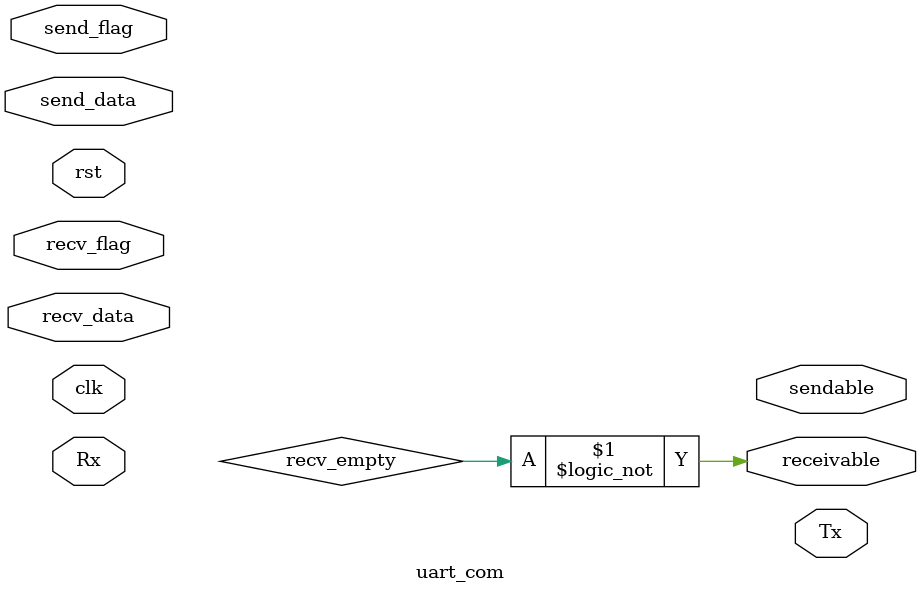
<source format=v>
`ifdef uart_com.v
`else
 `define uart_com.v
 `include "buf_que.v"
 `include "defines.v"

module uart_com
  #(
    parameter BAUDRATE = 9600,
    parameter CLOCKRATE = 100000000
    )
  (
   input       clk,
   input       rst,
   
   input       send_flag,
   input [7:0] send_data,
   input       recv_flag, 
   input [7:0] recv_data,

   output      sendable,
   output      receivable,

   input       Rx,
   output      Tx
   );

   localparam SAMPLE_INTERVAL = CLOCKRATE / BAUDRATE;
   
   localparam STATUS_IDLE = 0;
   localparam STATUS_BEGIN = 1;
   localparam STATUS_DATA = 2;
   localparam STATUS_VALID = 4;
   localparam STATUS_END = 8;

   
   // --------------------------------------------------Receive--------------------------------------------------
   // Computer to FPGA
   reg 		   recv_write_flag;
   reg [7:0] 	   recv_write_data;
   wire 	   recv_empty,recv_full;

   assign receivable = !recv_empty;

   reg [3:0] 	   recv_status;
   reg [2:0] 	   recv_bit;
   reg 		   recv_parity;
   
   integer 	   recv_counter;
   reg 		   recv_clock;

   
   // --------------------------------------------------Send--------------------------------------------------
   // FPGA to Computer
   
endmodule // uart_com

// ----------------------------------------------------------------------------------------------------
`endif

</source>
